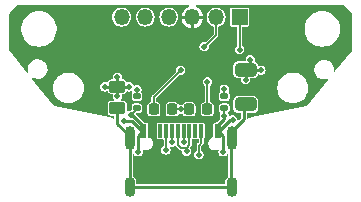
<source format=gtl>
%TF.GenerationSoftware,KiCad,Pcbnew,7.0.7*%
%TF.CreationDate,2023-09-11T21:43:25+02:00*%
%TF.ProjectId,usb-board,7573622d-626f-4617-9264-2e6b69636164,rev?*%
%TF.SameCoordinates,Original*%
%TF.FileFunction,Copper,L1,Top*%
%TF.FilePolarity,Positive*%
%FSLAX46Y46*%
G04 Gerber Fmt 4.6, Leading zero omitted, Abs format (unit mm)*
G04 Created by KiCad (PCBNEW 7.0.7) date 2023-09-11 21:43:25*
%MOMM*%
%LPD*%
G01*
G04 APERTURE LIST*
G04 Aperture macros list*
%AMRoundRect*
0 Rectangle with rounded corners*
0 $1 Rounding radius*
0 $2 $3 $4 $5 $6 $7 $8 $9 X,Y pos of 4 corners*
0 Add a 4 corners polygon primitive as box body*
4,1,4,$2,$3,$4,$5,$6,$7,$8,$9,$2,$3,0*
0 Add four circle primitives for the rounded corners*
1,1,$1+$1,$2,$3*
1,1,$1+$1,$4,$5*
1,1,$1+$1,$6,$7*
1,1,$1+$1,$8,$9*
0 Add four rect primitives between the rounded corners*
20,1,$1+$1,$2,$3,$4,$5,0*
20,1,$1+$1,$4,$5,$6,$7,0*
20,1,$1+$1,$6,$7,$8,$9,0*
20,1,$1+$1,$8,$9,$2,$3,0*%
G04 Aperture macros list end*
%TA.AperFunction,SMDPad,CuDef*%
%ADD10RoundRect,0.250000X-0.450000X0.262500X-0.450000X-0.262500X0.450000X-0.262500X0.450000X0.262500X0*%
%TD*%
%TA.AperFunction,SMDPad,CuDef*%
%ADD11RoundRect,0.135000X-0.185000X0.135000X-0.185000X-0.135000X0.185000X-0.135000X0.185000X0.135000X0*%
%TD*%
%TA.AperFunction,ComponentPad*%
%ADD12O,0.900000X1.700000*%
%TD*%
%TA.AperFunction,ComponentPad*%
%ADD13O,0.900000X2.000000*%
%TD*%
%TA.AperFunction,SMDPad,CuDef*%
%ADD14R,0.600000X1.160000*%
%TD*%
%TA.AperFunction,SMDPad,CuDef*%
%ADD15R,0.300000X1.160000*%
%TD*%
%TA.AperFunction,ComponentPad*%
%ADD16O,1.350000X1.350000*%
%TD*%
%TA.AperFunction,ComponentPad*%
%ADD17R,1.350000X1.350000*%
%TD*%
%TA.AperFunction,SMDPad,CuDef*%
%ADD18RoundRect,0.218750X-0.218750X-0.256250X0.218750X-0.256250X0.218750X0.256250X-0.218750X0.256250X0*%
%TD*%
%TA.AperFunction,SMDPad,CuDef*%
%ADD19RoundRect,0.218750X0.218750X0.256250X-0.218750X0.256250X-0.218750X-0.256250X0.218750X-0.256250X0*%
%TD*%
%TA.AperFunction,SMDPad,CuDef*%
%ADD20RoundRect,0.250000X0.650000X-0.325000X0.650000X0.325000X-0.650000X0.325000X-0.650000X-0.325000X0*%
%TD*%
%TA.AperFunction,ViaPad*%
%ADD21C,0.500000*%
%TD*%
%TA.AperFunction,Conductor*%
%ADD22C,0.127000*%
%TD*%
%TA.AperFunction,Conductor*%
%ADD23C,0.250000*%
%TD*%
G04 APERTURE END LIST*
D10*
%TO.P,R3,1*%
%TO.N,GND*%
X94650000Y-99887500D03*
%TO.P,R3,2*%
%TO.N,Net-(J2-SHIELD)*%
X94650000Y-101712500D03*
%TD*%
D11*
%TO.P,R2,1*%
%TO.N,Net-(J2-CC2)*%
X103700000Y-100690000D03*
%TO.P,R2,2*%
%TO.N,GND*%
X103700000Y-101710000D03*
%TD*%
%TO.P,R1,1*%
%TO.N,Net-(J2-CC1)*%
X96300000Y-100690000D03*
%TO.P,R1,2*%
%TO.N,GND*%
X96300000Y-101710000D03*
%TD*%
D12*
%TO.P,J2,S1,SHIELD*%
%TO.N,Net-(J2-SHIELD)*%
X104320000Y-108400000D03*
D13*
X104320000Y-104230000D03*
D12*
X95680000Y-108400000D03*
D13*
X95680000Y-104230000D03*
D14*
%TO.P,J2,B12,GND*%
%TO.N,GND*%
X96800000Y-103650000D03*
%TO.P,J2,B9,VBUS*%
%TO.N,VBUS*%
X97600000Y-103650000D03*
D15*
%TO.P,J2,B8,SBU2*%
%TO.N,unconnected-(J2-SBU2-PadB8)*%
X98250000Y-103650000D03*
%TO.P,J2,B7,D-*%
%TO.N,Net-(J1-Pin_5)*%
X99250000Y-103650000D03*
%TO.P,J2,B6,D+*%
%TO.N,Net-(J1-Pin_4)*%
X100750000Y-103650000D03*
%TO.P,J2,B5,CC2*%
%TO.N,Net-(J2-CC2)*%
X101750000Y-103650000D03*
D14*
%TO.P,J2,B4,VBUS*%
%TO.N,VBUS*%
X102400000Y-103650000D03*
%TO.P,J2,B1,GND*%
%TO.N,GND*%
X103200000Y-103650000D03*
%TO.P,J2,A12,GND*%
X103200000Y-103650000D03*
%TO.P,J2,A9,VBUS*%
%TO.N,VBUS*%
X102400000Y-103650000D03*
D15*
%TO.P,J2,A8,SBU1*%
%TO.N,unconnected-(J2-SBU1-PadA8)*%
X101250000Y-103650000D03*
%TO.P,J2,A7,D-*%
%TO.N,Net-(J1-Pin_5)*%
X100250000Y-103650000D03*
%TO.P,J2,A6,D+*%
%TO.N,Net-(J1-Pin_4)*%
X99750000Y-103650000D03*
%TO.P,J2,A5,CC1*%
%TO.N,Net-(J2-CC1)*%
X98750000Y-103650000D03*
D14*
%TO.P,J2,A4,VBUS*%
%TO.N,VBUS*%
X97600000Y-103650000D03*
%TO.P,J2,A1,GND*%
%TO.N,GND*%
X96800000Y-103650000D03*
%TD*%
D16*
%TO.P,J1,6,Pin_6*%
%TO.N,GND*%
X95000000Y-94000000D03*
%TO.P,J1,5,Pin_5*%
%TO.N,Net-(J1-Pin_5)*%
X97000000Y-94000000D03*
%TO.P,J1,4,Pin_4*%
%TO.N,Net-(J1-Pin_4)*%
X99000000Y-94000000D03*
%TO.P,J1,3,Pin_3*%
%TO.N,VBUS*%
X101000000Y-94000000D03*
%TO.P,J1,2,Pin_2*%
%TO.N,Net-(D1-A)*%
X103000000Y-94000000D03*
D17*
%TO.P,J1,1,Pin_1*%
%TO.N,Net-(D2-A)*%
X105000000Y-94000000D03*
%TD*%
D18*
%TO.P,D2,1,K*%
%TO.N,GND*%
X100700002Y-101800000D03*
%TO.P,D2,2,A*%
%TO.N,Net-(D2-A)*%
X102275002Y-101800000D03*
%TD*%
D19*
%TO.P,D1,2,A*%
%TO.N,Net-(D1-A)*%
X97725000Y-101800000D03*
%TO.P,D1,1,K*%
%TO.N,GND*%
X99300000Y-101800000D03*
%TD*%
D20*
%TO.P,C1,1*%
%TO.N,Net-(J2-SHIELD)*%
X105500000Y-101400000D03*
%TO.P,C1,2*%
%TO.N,GND*%
X105500000Y-98450000D03*
%TD*%
D21*
%TO.N,Net-(D2-A)*%
X102275000Y-99475000D03*
X105000000Y-96750000D03*
%TO.N,Net-(D1-A)*%
X100000000Y-98500000D03*
X102000000Y-96500000D03*
%TO.N,Net-(J2-CC1)*%
X96300000Y-100150000D03*
%TO.N,Net-(J2-CC2)*%
X103700000Y-100100000D03*
%TO.N,Net-(J1-Pin_4)*%
X100500000Y-105350000D03*
%TO.N,Net-(J2-CC2)*%
X101550000Y-105650000D03*
%TO.N,Net-(J2-CC1)*%
X98750000Y-105250000D03*
%TO.N,GND*%
X95650000Y-99900000D03*
X94650000Y-99100000D03*
X94650000Y-100700000D03*
X105900000Y-97600000D03*
X105500000Y-99300000D03*
X106800000Y-98500000D03*
X93600000Y-99900000D03*
X96400000Y-105400000D03*
X103600000Y-105400000D03*
X104400000Y-102700000D03*
X103700000Y-102400000D03*
X95200000Y-102800000D03*
X95800000Y-102300000D03*
X100000000Y-101800000D03*
%TO.N,Net-(J1-Pin_5)*%
X99250000Y-104600000D03*
X100250000Y-104600000D03*
%TD*%
D22*
%TO.N,Net-(D2-A)*%
X102275002Y-99474998D02*
X102275000Y-99475000D01*
%TO.N,Net-(D1-A)*%
X103000000Y-95500000D02*
X103000000Y-94000000D01*
X102000000Y-96500000D02*
X103000000Y-95500000D01*
X97725000Y-100775000D02*
X100000000Y-98500000D01*
X97725000Y-101800000D02*
X97725000Y-100775000D01*
%TO.N,Net-(D2-A)*%
X105000000Y-96750000D02*
X105000000Y-93950000D01*
X102275002Y-101800000D02*
X102275002Y-99474998D01*
%TO.N,Net-(J2-CC1)*%
X96300000Y-100150000D02*
X96300000Y-100750000D01*
%TO.N,Net-(J2-CC2)*%
X103700000Y-100690000D02*
X103700000Y-100100000D01*
%TO.N,Net-(J1-Pin_4)*%
X100500000Y-105100000D02*
X100500000Y-105350000D01*
%TO.N,Net-(J2-CC2)*%
X101550000Y-104850000D02*
X101550000Y-105650000D01*
X101600000Y-104800000D02*
X101550000Y-104850000D01*
X101750000Y-103650000D02*
X101750000Y-104650000D01*
X101750000Y-104650000D02*
X101600000Y-104800000D01*
%TO.N,Net-(J2-CC1)*%
X98750000Y-103650000D02*
X98750000Y-105250000D01*
D23*
%TO.N,VBUS*%
X102100000Y-104550000D02*
X102100000Y-105150000D01*
X102250000Y-104400000D02*
X102100000Y-104550000D01*
X102400000Y-103650000D02*
X102250000Y-103800000D01*
X102250000Y-103800000D02*
X102250000Y-104400000D01*
D22*
%TO.N,GND*%
X96300000Y-101710000D02*
X96300000Y-101800000D01*
X96300000Y-101800000D02*
X95800000Y-102300000D01*
X103700000Y-102400000D02*
X103700000Y-101700000D01*
D23*
X95637500Y-99887500D02*
X95650000Y-99900000D01*
X94650000Y-99887500D02*
X95637500Y-99887500D01*
X94650000Y-99887500D02*
X94650000Y-99100000D01*
X94650000Y-99887500D02*
X94650000Y-100700000D01*
X105900000Y-98450000D02*
X105900000Y-97600000D01*
X105500000Y-98450000D02*
X105500000Y-99300000D01*
X106750000Y-98450000D02*
X106800000Y-98500000D01*
X105500000Y-98450000D02*
X106750000Y-98450000D01*
X93612500Y-99887500D02*
X93600000Y-99900000D01*
X94650000Y-99887500D02*
X93612500Y-99887500D01*
%TO.N,Net-(J2-SHIELD)*%
X95680000Y-108400000D02*
X104300000Y-108400000D01*
X95680000Y-108780000D02*
X95700000Y-108800000D01*
X95680000Y-104230000D02*
X95680000Y-108780000D01*
X95700000Y-104100000D02*
X95700000Y-104600000D01*
X94650000Y-103050000D02*
X95700000Y-104100000D01*
X94650000Y-101712500D02*
X94650000Y-103050000D01*
X104300000Y-103700000D02*
X104300000Y-108400000D01*
X105500000Y-101400000D02*
X105375000Y-101525000D01*
X105375000Y-101525000D02*
X105375000Y-102625000D01*
X105375000Y-102625000D02*
X104300000Y-103700000D01*
%TO.N,GND*%
X96400000Y-104800000D02*
X96400000Y-105400000D01*
X96800000Y-103650000D02*
X96400000Y-104050000D01*
X96400000Y-104050000D02*
X96400000Y-104800000D01*
X103600000Y-104900000D02*
X103600000Y-105400000D01*
X103200000Y-103650000D02*
X103600000Y-104050000D01*
X103600000Y-104050000D02*
X103600000Y-104900000D01*
X104200000Y-102700000D02*
X104400000Y-102700000D01*
X104000000Y-102900000D02*
X104200000Y-102700000D01*
X103200000Y-103650000D02*
X103250000Y-103650000D01*
X103250000Y-103650000D02*
X104000000Y-102900000D01*
X103700000Y-102600000D02*
X103700000Y-102400000D01*
X103600000Y-102700000D02*
X103700000Y-102600000D01*
X103200000Y-103100000D02*
X103600000Y-102700000D01*
X103200000Y-103650000D02*
X103200000Y-103100000D01*
X95900000Y-102800000D02*
X95200000Y-102800000D01*
X96300000Y-103200000D02*
X95900000Y-102800000D01*
X96800000Y-103650000D02*
X96750000Y-103650000D01*
X96750000Y-103650000D02*
X96300000Y-103200000D01*
X95900000Y-102300000D02*
X95800000Y-102300000D01*
X96300000Y-102700000D02*
X95900000Y-102300000D01*
X96800000Y-103650000D02*
X96800000Y-103200000D01*
X96800000Y-103200000D02*
X96300000Y-102700000D01*
%TO.N,VBUS*%
X102400000Y-103650000D02*
X102400000Y-104100000D01*
X97600000Y-104100000D02*
X98200000Y-104700000D01*
X97600000Y-103650000D02*
X97600000Y-104100000D01*
%TO.N,GND*%
X96800000Y-103650000D02*
X96800000Y-103400000D01*
%TO.N,VBUS*%
X97600000Y-103200000D02*
X96900000Y-102500000D01*
X97600000Y-103650000D02*
X97600000Y-103200000D01*
X98100000Y-102600000D02*
X98500000Y-102600000D01*
X98000000Y-102700000D02*
X98100000Y-102600000D01*
X97600000Y-103650000D02*
X97600000Y-103100000D01*
X97600000Y-103100000D02*
X98000000Y-102700000D01*
X102400000Y-103100000D02*
X103000000Y-102500000D01*
X102400000Y-103650000D02*
X102400000Y-103100000D01*
X101834000Y-102500000D02*
X101500000Y-102500000D01*
X102400000Y-103066000D02*
X101834000Y-102500000D01*
X102400000Y-103650000D02*
X102400000Y-103066000D01*
D22*
%TO.N,GND*%
X100000000Y-101800000D02*
X100700000Y-101800000D01*
X99300000Y-101800000D02*
X100000000Y-101800000D01*
%TO.N,Net-(J1-Pin_5)*%
X99250000Y-103650000D02*
X99250000Y-104600000D01*
%TO.N,Net-(J1-Pin_4)*%
X99750000Y-104850000D02*
X100000000Y-105100000D01*
X99750000Y-103650000D02*
X99750000Y-104850000D01*
X100000000Y-105100000D02*
X100500000Y-105100000D01*
X100750000Y-104850000D02*
X100500000Y-105100000D01*
X100750000Y-103650000D02*
X100750000Y-104850000D01*
%TO.N,Net-(J1-Pin_5)*%
X100250000Y-103650000D02*
X100250000Y-104600000D01*
%TD*%
%TA.AperFunction,Conductor*%
%TO.N,VBUS*%
G36*
X100720869Y-93018806D02*
G01*
X100739175Y-93063000D01*
X100720869Y-93107194D01*
X100702096Y-93120096D01*
X100534954Y-93194513D01*
X100534948Y-93194516D01*
X100377646Y-93308804D01*
X100377639Y-93308810D01*
X100247538Y-93453301D01*
X100247537Y-93453303D01*
X100150313Y-93621701D01*
X100090230Y-93806619D01*
X100083044Y-93875000D01*
X100541634Y-93875000D01*
X100585828Y-93893306D01*
X100604134Y-93937500D01*
X100603365Y-93947268D01*
X100595014Y-94000000D01*
X100603364Y-94052724D01*
X100592198Y-94099237D01*
X100551411Y-94124231D01*
X100541634Y-94125000D01*
X100083044Y-94125000D01*
X100090230Y-94193380D01*
X100150313Y-94378298D01*
X100247537Y-94546696D01*
X100247538Y-94546698D01*
X100377643Y-94691194D01*
X100377644Y-94691195D01*
X100534946Y-94805482D01*
X100712581Y-94884571D01*
X100712590Y-94884574D01*
X100874999Y-94919095D01*
X100875000Y-94919094D01*
X100875000Y-94458366D01*
X100893306Y-94414172D01*
X100937500Y-94395866D01*
X100947278Y-94396636D01*
X100960185Y-94398680D01*
X100968519Y-94400000D01*
X100968521Y-94400000D01*
X101031479Y-94400000D01*
X101031481Y-94400000D01*
X101031484Y-94399999D01*
X101031489Y-94399999D01*
X101044687Y-94397908D01*
X101052720Y-94396636D01*
X101099234Y-94407801D01*
X101124229Y-94448587D01*
X101124999Y-94458366D01*
X101124999Y-94919094D01*
X101125000Y-94919095D01*
X101287409Y-94884574D01*
X101287418Y-94884571D01*
X101465053Y-94805482D01*
X101622355Y-94691195D01*
X101622356Y-94691194D01*
X101752461Y-94546698D01*
X101752462Y-94546696D01*
X101849686Y-94378298D01*
X101909769Y-94193380D01*
X101916956Y-94125000D01*
X101458366Y-94125000D01*
X101414172Y-94106694D01*
X101395866Y-94062500D01*
X101396634Y-94052731D01*
X101404986Y-94000000D01*
X101396635Y-93947275D01*
X101407802Y-93900763D01*
X101448589Y-93875769D01*
X101458366Y-93875000D01*
X101916956Y-93875000D01*
X101909769Y-93806619D01*
X101849686Y-93621701D01*
X101752462Y-93453303D01*
X101752461Y-93453301D01*
X101622356Y-93308805D01*
X101622355Y-93308804D01*
X101465053Y-93194517D01*
X101297904Y-93120097D01*
X101264976Y-93085398D01*
X101266228Y-93037579D01*
X101300927Y-93004651D01*
X101323325Y-93000500D01*
X113766798Y-93000500D01*
X113810992Y-93018806D01*
X114481194Y-93689008D01*
X114499500Y-93733202D01*
X114499500Y-96802509D01*
X114485804Y-96841552D01*
X113082109Y-98596170D01*
X113040207Y-98619245D01*
X112994262Y-98605931D01*
X112971187Y-98564029D01*
X112971629Y-98547015D01*
X112980156Y-98495010D01*
X112980155Y-98495009D01*
X112975274Y-98404990D01*
X112970422Y-98315499D01*
X112922327Y-98142277D01*
X112838119Y-97983444D01*
X112721735Y-97846426D01*
X112610650Y-97761981D01*
X112578619Y-97737631D01*
X112487477Y-97695465D01*
X112415459Y-97662146D01*
X112415460Y-97662146D01*
X112371566Y-97652484D01*
X112239887Y-97623500D01*
X112105184Y-97623500D01*
X112105183Y-97623500D01*
X111971278Y-97638063D01*
X111971272Y-97638064D01*
X111800913Y-97695465D01*
X111646874Y-97788149D01*
X111646873Y-97788149D01*
X111516357Y-97911781D01*
X111415469Y-98060580D01*
X111348931Y-98227580D01*
X111319845Y-98404990D01*
X111319844Y-98404990D01*
X111329577Y-98584494D01*
X111329577Y-98584498D01*
X111329578Y-98584501D01*
X111342746Y-98631928D01*
X111377673Y-98757724D01*
X111377675Y-98757728D01*
X111446202Y-98886982D01*
X111461881Y-98916556D01*
X111578265Y-99053574D01*
X111666357Y-99120540D01*
X111721380Y-99162368D01*
X111721381Y-99162368D01*
X111721382Y-99162369D01*
X111884541Y-99237854D01*
X112060113Y-99276500D01*
X112060116Y-99276500D01*
X112194812Y-99276500D01*
X112194816Y-99276500D01*
X112328721Y-99261937D01*
X112429205Y-99228080D01*
X112476929Y-99231316D01*
X112508388Y-99267351D01*
X112505152Y-99315077D01*
X112497964Y-99326351D01*
X110737289Y-101527196D01*
X110700742Y-101549439D01*
X105956510Y-102498286D01*
X105944253Y-102499500D01*
X105928039Y-102499500D01*
X105881500Y-102513163D01*
X105878827Y-102513821D01*
X105866744Y-102516238D01*
X105866742Y-102516239D01*
X105846671Y-102523342D01*
X105845051Y-102523866D01*
X105789949Y-102540046D01*
X105789942Y-102540049D01*
X105784353Y-102543641D01*
X105771424Y-102549977D01*
X105765995Y-102551899D01*
X105765158Y-102552196D01*
X105726607Y-102580055D01*
X105680065Y-102591103D01*
X105639343Y-102566005D01*
X105627500Y-102529398D01*
X105627500Y-102164999D01*
X105645806Y-102120805D01*
X105690000Y-102102499D01*
X106185826Y-102102499D01*
X106259204Y-102091809D01*
X106372390Y-102036476D01*
X106461476Y-101947390D01*
X106516809Y-101834204D01*
X106527500Y-101760827D01*
X106527499Y-101039174D01*
X106516809Y-100965796D01*
X106461476Y-100852610D01*
X106372390Y-100763524D01*
X106259204Y-100708191D01*
X106259202Y-100708190D01*
X106259201Y-100708190D01*
X106200913Y-100699698D01*
X106185827Y-100697500D01*
X106185826Y-100697500D01*
X104814174Y-100697500D01*
X104740798Y-100708190D01*
X104740797Y-100708190D01*
X104740796Y-100708191D01*
X104629672Y-100762516D01*
X104627608Y-100763525D01*
X104538525Y-100852608D01*
X104483190Y-100965798D01*
X104472500Y-101039173D01*
X104472500Y-101760825D01*
X104483190Y-101834201D01*
X104483191Y-101834204D01*
X104538524Y-101947390D01*
X104627610Y-102036476D01*
X104740796Y-102091809D01*
X104814173Y-102102500D01*
X105059999Y-102102499D01*
X105104193Y-102120805D01*
X105122499Y-102164999D01*
X105122500Y-102494522D01*
X105104194Y-102538716D01*
X104911016Y-102731893D01*
X104866822Y-102750199D01*
X104822628Y-102731893D01*
X104805092Y-102697479D01*
X104785646Y-102574696D01*
X104728050Y-102461658D01*
X104638342Y-102371950D01*
X104525304Y-102314354D01*
X104400000Y-102294508D01*
X104274695Y-102314354D01*
X104274691Y-102314355D01*
X104182222Y-102361471D01*
X104134534Y-102365224D01*
X104098160Y-102334157D01*
X104092118Y-102315564D01*
X104085646Y-102274696D01*
X104028050Y-102161658D01*
X104024032Y-102157640D01*
X104005726Y-102113446D01*
X104024032Y-102069252D01*
X104033504Y-102061479D01*
X104074251Y-102034253D01*
X104089906Y-102010825D01*
X104132270Y-101947423D01*
X104147500Y-101870856D01*
X104147500Y-101549144D01*
X104132270Y-101472577D01*
X104132269Y-101472575D01*
X104074252Y-101385747D01*
X103987424Y-101327730D01*
X103987422Y-101327729D01*
X103910856Y-101312500D01*
X103489144Y-101312500D01*
X103412577Y-101327729D01*
X103412575Y-101327730D01*
X103325747Y-101385747D01*
X103267730Y-101472575D01*
X103267729Y-101472577D01*
X103252500Y-101549143D01*
X103252500Y-101870856D01*
X103267729Y-101947422D01*
X103267730Y-101947424D01*
X103325747Y-102034252D01*
X103366495Y-102061479D01*
X103393071Y-102101253D01*
X103383739Y-102148169D01*
X103375969Y-102157637D01*
X103371952Y-102161654D01*
X103314354Y-102274694D01*
X103314354Y-102274695D01*
X103294508Y-102400000D01*
X103314354Y-102525304D01*
X103314355Y-102525308D01*
X103328590Y-102553245D01*
X103332343Y-102600933D01*
X103317096Y-102625813D01*
X103043395Y-102899514D01*
X103033927Y-102907285D01*
X103017956Y-102917957D01*
X103013604Y-102922310D01*
X103011665Y-102920371D01*
X102980341Y-102941300D01*
X102968151Y-102942500D01*
X102887442Y-102942500D01*
X102868847Y-102946199D01*
X102850251Y-102949898D01*
X102850250Y-102949898D01*
X102808077Y-102978077D01*
X102779898Y-103020250D01*
X102779898Y-103020251D01*
X102772500Y-103057442D01*
X102772500Y-104119854D01*
X102754194Y-104164048D01*
X102734901Y-104177179D01*
X102601278Y-104235220D01*
X102483893Y-104330721D01*
X102483890Y-104330724D01*
X102396622Y-104454353D01*
X102345945Y-104596944D01*
X102336115Y-104740668D01*
X102335619Y-104747921D01*
X102363490Y-104882045D01*
X102366408Y-104896084D01*
X102366408Y-104896086D01*
X102402452Y-104965647D01*
X102436029Y-105030447D01*
X102524050Y-105124694D01*
X102539321Y-105141045D01*
X102573218Y-105161658D01*
X102668618Y-105219672D01*
X102668624Y-105219673D01*
X102668625Y-105219674D01*
X102686542Y-105224694D01*
X102814332Y-105260499D01*
X102814332Y-105260500D01*
X102814335Y-105260500D01*
X102927657Y-105260500D01*
X102927658Y-105260500D01*
X103039920Y-105245070D01*
X103127836Y-105206881D01*
X103175664Y-105206064D01*
X103210061Y-105239306D01*
X103214467Y-105273984D01*
X103214354Y-105274695D01*
X103214354Y-105274696D01*
X103194508Y-105400000D01*
X103206434Y-105475298D01*
X103214354Y-105525304D01*
X103214354Y-105525305D01*
X103250688Y-105596613D01*
X103271950Y-105638342D01*
X103361658Y-105728050D01*
X103474696Y-105785646D01*
X103600000Y-105805492D01*
X103725304Y-105785646D01*
X103838342Y-105728050D01*
X103928050Y-105638342D01*
X103929311Y-105635866D01*
X103930728Y-105634656D01*
X103930943Y-105634361D01*
X103931013Y-105634412D01*
X103965684Y-105604799D01*
X104013372Y-105608550D01*
X104044440Y-105644923D01*
X104047500Y-105664239D01*
X104047500Y-107450352D01*
X104029194Y-107494546D01*
X104023048Y-107499937D01*
X103908120Y-107588123D01*
X103815553Y-107708762D01*
X103757366Y-107849238D01*
X103757363Y-107849248D01*
X103742500Y-107962146D01*
X103742500Y-108085000D01*
X103724194Y-108129194D01*
X103680000Y-108147500D01*
X96320000Y-108147500D01*
X96275806Y-108129194D01*
X96257500Y-108085000D01*
X96257500Y-107962157D01*
X96257500Y-107962151D01*
X96242635Y-107849242D01*
X96184445Y-107708759D01*
X96091878Y-107588122D01*
X96091876Y-107588121D01*
X96091876Y-107588120D01*
X95971238Y-107495552D01*
X95971071Y-107495483D01*
X95971006Y-107495418D01*
X95967691Y-107493504D01*
X95968204Y-107492615D01*
X95937253Y-107461651D01*
X95932500Y-107437745D01*
X95932500Y-105624987D01*
X95950806Y-105580793D01*
X95995000Y-105562487D01*
X96039194Y-105580793D01*
X96050688Y-105596613D01*
X96070688Y-105635867D01*
X96071950Y-105638342D01*
X96161658Y-105728050D01*
X96274696Y-105785646D01*
X96400000Y-105805492D01*
X96525304Y-105785646D01*
X96638342Y-105728050D01*
X96728050Y-105638342D01*
X96785646Y-105525304D01*
X96805492Y-105400000D01*
X96786140Y-105277816D01*
X96797307Y-105231304D01*
X96838094Y-105206310D01*
X96880343Y-105214640D01*
X96888618Y-105219672D01*
X96888624Y-105219673D01*
X96888625Y-105219674D01*
X96906542Y-105224694D01*
X97034332Y-105260499D01*
X97034332Y-105260500D01*
X97034335Y-105260500D01*
X97147657Y-105260500D01*
X97147658Y-105260500D01*
X97259920Y-105245070D01*
X97398720Y-105184780D01*
X97516108Y-105089278D01*
X97603377Y-104965647D01*
X97654054Y-104823056D01*
X97664381Y-104672079D01*
X97633592Y-104523915D01*
X97563971Y-104389553D01*
X97460680Y-104278956D01*
X97460679Y-104278955D01*
X97460678Y-104278954D01*
X97400825Y-104242557D01*
X97972500Y-104242557D01*
X97979898Y-104279748D01*
X97979898Y-104279749D01*
X98008077Y-104321922D01*
X98024256Y-104332732D01*
X98050252Y-104350102D01*
X98087442Y-104357500D01*
X98087443Y-104357500D01*
X98412557Y-104357500D01*
X98412558Y-104357500D01*
X98449748Y-104350102D01*
X98461776Y-104342064D01*
X98508691Y-104332732D01*
X98548466Y-104359306D01*
X98559000Y-104394031D01*
X98559000Y-104859528D01*
X98540694Y-104903722D01*
X98524875Y-104915215D01*
X98511659Y-104921948D01*
X98511658Y-104921950D01*
X98421950Y-105011657D01*
X98364354Y-105124694D01*
X98364354Y-105124695D01*
X98345674Y-105242641D01*
X98344508Y-105250000D01*
X98360346Y-105350000D01*
X98364354Y-105375304D01*
X98364354Y-105375305D01*
X98376937Y-105400000D01*
X98421950Y-105488342D01*
X98511658Y-105578050D01*
X98624696Y-105635646D01*
X98750000Y-105655492D01*
X98875304Y-105635646D01*
X98988342Y-105578050D01*
X99078050Y-105488342D01*
X99135646Y-105375304D01*
X99155492Y-105250000D01*
X99135646Y-105124696D01*
X99135644Y-105124692D01*
X99135643Y-105124689D01*
X99119832Y-105093660D01*
X99115225Y-105084619D01*
X99111472Y-105036933D01*
X99142538Y-105000558D01*
X99180688Y-104994514D01*
X99250000Y-105005492D01*
X99375304Y-104985646D01*
X99488342Y-104928050D01*
X99488345Y-104928046D01*
X99490395Y-104926558D01*
X99492049Y-104926160D01*
X99492724Y-104925817D01*
X99492806Y-104925978D01*
X99536908Y-104915388D01*
X99575999Y-104938150D01*
X99592885Y-104959324D01*
X99594913Y-104962182D01*
X99599725Y-104969840D01*
X99606117Y-104976232D01*
X99608454Y-104978847D01*
X99627851Y-105003170D01*
X99628322Y-105003397D01*
X99645398Y-105015513D01*
X99834486Y-105204601D01*
X99846601Y-105221673D01*
X99846829Y-105222148D01*
X99846830Y-105222149D01*
X99871155Y-105241548D01*
X99873766Y-105243881D01*
X99880160Y-105250275D01*
X99887172Y-105254680D01*
X99887806Y-105255079D01*
X99890668Y-105257109D01*
X99894919Y-105260499D01*
X99914997Y-105276511D01*
X99915499Y-105276625D01*
X99934851Y-105284639D01*
X99935294Y-105284918D01*
X99966219Y-105288401D01*
X99969667Y-105288988D01*
X99978477Y-105291000D01*
X99978479Y-105291000D01*
X99987517Y-105291000D01*
X99991019Y-105291197D01*
X100003782Y-105292634D01*
X100021935Y-105294680D01*
X100021941Y-105294677D01*
X100025244Y-105294306D01*
X100071210Y-105307547D01*
X100093974Y-105346636D01*
X100114352Y-105475298D01*
X100114354Y-105475305D01*
X100139830Y-105525304D01*
X100171950Y-105588342D01*
X100261658Y-105678050D01*
X100374696Y-105735646D01*
X100500000Y-105755492D01*
X100625304Y-105735646D01*
X100738342Y-105678050D01*
X100828050Y-105588342D01*
X100885646Y-105475304D01*
X100905492Y-105350000D01*
X100885646Y-105224696D01*
X100828050Y-105111658D01*
X100828049Y-105111657D01*
X100825817Y-105107276D01*
X100828120Y-105106102D01*
X100818969Y-105068044D01*
X100836507Y-105033606D01*
X100854602Y-105015511D01*
X100871679Y-105003396D01*
X100872149Y-105003170D01*
X100891548Y-104978842D01*
X100893885Y-104976229D01*
X100900275Y-104969840D01*
X100905082Y-104962189D01*
X100907114Y-104959324D01*
X100910561Y-104955002D01*
X100926511Y-104935003D01*
X100926625Y-104934500D01*
X100934644Y-104915141D01*
X100934918Y-104914706D01*
X100938401Y-104883779D01*
X100938988Y-104880332D01*
X100941000Y-104871521D01*
X100941000Y-104862482D01*
X100941197Y-104858980D01*
X100941884Y-104852877D01*
X100944680Y-104828065D01*
X100944507Y-104827570D01*
X100941000Y-104806928D01*
X100941000Y-104394031D01*
X100959306Y-104349837D01*
X101003500Y-104331531D01*
X101038222Y-104342064D01*
X101050252Y-104350102D01*
X101087442Y-104357500D01*
X101087443Y-104357500D01*
X101412557Y-104357500D01*
X101412558Y-104357500D01*
X101449748Y-104350102D01*
X101461776Y-104342064D01*
X101508691Y-104332732D01*
X101548466Y-104359306D01*
X101559000Y-104394031D01*
X101559000Y-104544995D01*
X101540694Y-104589189D01*
X101461853Y-104668029D01*
X101461853Y-104668030D01*
X101461852Y-104668032D01*
X101445393Y-104684490D01*
X101428328Y-104696600D01*
X101427850Y-104696829D01*
X101408455Y-104721150D01*
X101406121Y-104723762D01*
X101399725Y-104730159D01*
X101399724Y-104730160D01*
X101394916Y-104737812D01*
X101392889Y-104740668D01*
X101373489Y-104764996D01*
X101373488Y-104764998D01*
X101373370Y-104765516D01*
X101365365Y-104784843D01*
X101365082Y-104785293D01*
X101365081Y-104785295D01*
X101361598Y-104816211D01*
X101361011Y-104819666D01*
X101359000Y-104828477D01*
X101359000Y-104837516D01*
X101358803Y-104841017D01*
X101355320Y-104871935D01*
X101355492Y-104872427D01*
X101359000Y-104893071D01*
X101359000Y-105259528D01*
X101340694Y-105303722D01*
X101324875Y-105315215D01*
X101311659Y-105321948D01*
X101311658Y-105321950D01*
X101221950Y-105411657D01*
X101164354Y-105524694D01*
X101164354Y-105524695D01*
X101146355Y-105638341D01*
X101144508Y-105650000D01*
X101148951Y-105678050D01*
X101164354Y-105775304D01*
X101164354Y-105775305D01*
X101221949Y-105888341D01*
X101221950Y-105888342D01*
X101311658Y-105978050D01*
X101424696Y-106035646D01*
X101550000Y-106055492D01*
X101675304Y-106035646D01*
X101788342Y-105978050D01*
X101878050Y-105888342D01*
X101935646Y-105775304D01*
X101955492Y-105650000D01*
X101935646Y-105524696D01*
X101878050Y-105411658D01*
X101788342Y-105321950D01*
X101788341Y-105321949D01*
X101788340Y-105321948D01*
X101775125Y-105315215D01*
X101744059Y-105278841D01*
X101741000Y-105259528D01*
X101741000Y-104955002D01*
X101759305Y-104910809D01*
X101854602Y-104815511D01*
X101871679Y-104803396D01*
X101872149Y-104803170D01*
X101891548Y-104778842D01*
X101893885Y-104776229D01*
X101900275Y-104769840D01*
X101905082Y-104762189D01*
X101907114Y-104759324D01*
X101926511Y-104735003D01*
X101926625Y-104734500D01*
X101934644Y-104715141D01*
X101934918Y-104714706D01*
X101938401Y-104683779D01*
X101938988Y-104680332D01*
X101940874Y-104672075D01*
X101941000Y-104671521D01*
X101941000Y-104662482D01*
X101941197Y-104658980D01*
X101941884Y-104652877D01*
X101944680Y-104628065D01*
X101944506Y-104627570D01*
X101941000Y-104606929D01*
X101941000Y-104389354D01*
X101959306Y-104345160D01*
X101968777Y-104337387D01*
X101991922Y-104321922D01*
X102020101Y-104279749D01*
X102020102Y-104279748D01*
X102027500Y-104242558D01*
X102027500Y-103057442D01*
X102020102Y-103020252D01*
X102000000Y-102990167D01*
X101991922Y-102978077D01*
X101949748Y-102949898D01*
X101946279Y-102949208D01*
X101912558Y-102942500D01*
X101587442Y-102942500D01*
X101568847Y-102946199D01*
X101550251Y-102949898D01*
X101550250Y-102949898D01*
X101534723Y-102960274D01*
X101487807Y-102969606D01*
X101465277Y-102960274D01*
X101449748Y-102949898D01*
X101446279Y-102949208D01*
X101412558Y-102942500D01*
X101087442Y-102942500D01*
X101068847Y-102946199D01*
X101050251Y-102949898D01*
X101050250Y-102949898D01*
X101034723Y-102960274D01*
X100987807Y-102969606D01*
X100965277Y-102960274D01*
X100949748Y-102949898D01*
X100946279Y-102949208D01*
X100912558Y-102942500D01*
X100587442Y-102942500D01*
X100568847Y-102946199D01*
X100550251Y-102949898D01*
X100550250Y-102949898D01*
X100534723Y-102960274D01*
X100487807Y-102969606D01*
X100465277Y-102960274D01*
X100449748Y-102949898D01*
X100446279Y-102949208D01*
X100412558Y-102942500D01*
X100087442Y-102942500D01*
X100068847Y-102946199D01*
X100050251Y-102949898D01*
X100050250Y-102949898D01*
X100034723Y-102960274D01*
X99987807Y-102969606D01*
X99965277Y-102960274D01*
X99949748Y-102949898D01*
X99946279Y-102949208D01*
X99912558Y-102942500D01*
X99587442Y-102942500D01*
X99568847Y-102946199D01*
X99550251Y-102949898D01*
X99550250Y-102949898D01*
X99534723Y-102960274D01*
X99487807Y-102969606D01*
X99465277Y-102960274D01*
X99449748Y-102949898D01*
X99446279Y-102949208D01*
X99412558Y-102942500D01*
X99087442Y-102942500D01*
X99068847Y-102946199D01*
X99050251Y-102949898D01*
X99050250Y-102949898D01*
X99034723Y-102960274D01*
X98987807Y-102969606D01*
X98965277Y-102960274D01*
X98949748Y-102949898D01*
X98946279Y-102949208D01*
X98912558Y-102942500D01*
X98587442Y-102942500D01*
X98568847Y-102946199D01*
X98550251Y-102949898D01*
X98550250Y-102949898D01*
X98534723Y-102960274D01*
X98487807Y-102969606D01*
X98465277Y-102960274D01*
X98449748Y-102949898D01*
X98446279Y-102949208D01*
X98412558Y-102942500D01*
X98087442Y-102942500D01*
X98068847Y-102946199D01*
X98050251Y-102949898D01*
X98050250Y-102949898D01*
X98008077Y-102978077D01*
X97979898Y-103020250D01*
X97979898Y-103020251D01*
X97972500Y-103057442D01*
X97972500Y-104242557D01*
X97400825Y-104242557D01*
X97374481Y-104226537D01*
X97331382Y-104200328D01*
X97331375Y-104200326D01*
X97273137Y-104184008D01*
X97235521Y-104154458D01*
X97227500Y-104123826D01*
X97227500Y-103057442D01*
X97226517Y-103052500D01*
X97220102Y-103020252D01*
X97200000Y-102990167D01*
X97191922Y-102978077D01*
X97149748Y-102949898D01*
X97146279Y-102949208D01*
X97112558Y-102942500D01*
X97112557Y-102942500D01*
X96925477Y-102942500D01*
X96881283Y-102924194D01*
X96210142Y-102253053D01*
X96192606Y-102218640D01*
X96191964Y-102214588D01*
X96203128Y-102168073D01*
X96209493Y-102160620D01*
X96244309Y-102125805D01*
X96288503Y-102107500D01*
X96510856Y-102107500D01*
X96564599Y-102096810D01*
X97160000Y-102096810D01*
X97160001Y-102096818D01*
X97166639Y-102147248D01*
X97171484Y-102157637D01*
X97218244Y-102257915D01*
X97218244Y-102257916D01*
X97304584Y-102344255D01*
X97304585Y-102344255D01*
X97304586Y-102344256D01*
X97415252Y-102395861D01*
X97465681Y-102402500D01*
X97984318Y-102402499D01*
X98034748Y-102395861D01*
X98145414Y-102344256D01*
X98231756Y-102257914D01*
X98283361Y-102147248D01*
X98290000Y-102096819D01*
X98290000Y-102096810D01*
X98735000Y-102096810D01*
X98735001Y-102096818D01*
X98741639Y-102147248D01*
X98746484Y-102157637D01*
X98793244Y-102257915D01*
X98793244Y-102257916D01*
X98879584Y-102344255D01*
X98879585Y-102344255D01*
X98879586Y-102344256D01*
X98990252Y-102395861D01*
X99040681Y-102402500D01*
X99559318Y-102402499D01*
X99609748Y-102395861D01*
X99720414Y-102344256D01*
X99720415Y-102344255D01*
X99720416Y-102344255D01*
X99806753Y-102257917D01*
X99806756Y-102257914D01*
X99822906Y-102223278D01*
X99858171Y-102190963D01*
X99889325Y-102187963D01*
X99908267Y-102190963D01*
X99999997Y-102205492D01*
X100000000Y-102205492D01*
X100000003Y-102205492D01*
X100091733Y-102190963D01*
X100110674Y-102187963D01*
X100157187Y-102199129D01*
X100177095Y-102223279D01*
X100193246Y-102257915D01*
X100279586Y-102344255D01*
X100279587Y-102344255D01*
X100279588Y-102344256D01*
X100390254Y-102395861D01*
X100440683Y-102402500D01*
X100959320Y-102402499D01*
X101009750Y-102395861D01*
X101120416Y-102344256D01*
X101206758Y-102257914D01*
X101258363Y-102147248D01*
X101265002Y-102096819D01*
X101265002Y-102096810D01*
X101710002Y-102096810D01*
X101710003Y-102096818D01*
X101716641Y-102147248D01*
X101721486Y-102157637D01*
X101768246Y-102257915D01*
X101854586Y-102344255D01*
X101854587Y-102344255D01*
X101854588Y-102344256D01*
X101965254Y-102395861D01*
X102015683Y-102402500D01*
X102534320Y-102402499D01*
X102584750Y-102395861D01*
X102695416Y-102344256D01*
X102781758Y-102257914D01*
X102833363Y-102147248D01*
X102840002Y-102096819D01*
X102840001Y-101503182D01*
X102833363Y-101452752D01*
X102781758Y-101342086D01*
X102781757Y-101342085D01*
X102781757Y-101342084D01*
X102695417Y-101255744D01*
X102584749Y-101204138D01*
X102534327Y-101197500D01*
X102534321Y-101197500D01*
X102528502Y-101197500D01*
X102484308Y-101179194D01*
X102466002Y-101135000D01*
X102466002Y-100850856D01*
X103252500Y-100850856D01*
X103267729Y-100927422D01*
X103267730Y-100927424D01*
X103325747Y-101014252D01*
X103412575Y-101072269D01*
X103412577Y-101072270D01*
X103489144Y-101087500D01*
X103910856Y-101087500D01*
X103987423Y-101072270D01*
X104074252Y-101014252D01*
X104132270Y-100927423D01*
X104147500Y-100850856D01*
X104147500Y-100529144D01*
X104132270Y-100452577D01*
X104074252Y-100365748D01*
X104074250Y-100365747D01*
X104074250Y-100365746D01*
X104069897Y-100361393D01*
X104071192Y-100360097D01*
X104048969Y-100326836D01*
X104054580Y-100286272D01*
X104085646Y-100225304D01*
X104105492Y-100100000D01*
X104089654Y-100000002D01*
X108194532Y-100000002D01*
X108214364Y-100226688D01*
X108214367Y-100226704D01*
X108273259Y-100446492D01*
X108273260Y-100446494D01*
X108369431Y-100652733D01*
X108499953Y-100839140D01*
X108660859Y-101000046D01*
X108675075Y-101010000D01*
X108847266Y-101130568D01*
X108847265Y-101130568D01*
X108950385Y-101178653D01*
X109053504Y-101226739D01*
X109053506Y-101226739D01*
X109053507Y-101226740D01*
X109273295Y-101285632D01*
X109273301Y-101285633D01*
X109273308Y-101285635D01*
X109443216Y-101300500D01*
X109556784Y-101300500D01*
X109726692Y-101285635D01*
X109726701Y-101285632D01*
X109726704Y-101285632D01*
X109946492Y-101226740D01*
X109946491Y-101226740D01*
X109946496Y-101226739D01*
X110152734Y-101130568D01*
X110339139Y-101000047D01*
X110500047Y-100839139D01*
X110630568Y-100652734D01*
X110726739Y-100446496D01*
X110746596Y-100372388D01*
X110785632Y-100226704D01*
X110785632Y-100226701D01*
X110785635Y-100226692D01*
X110803307Y-100024696D01*
X110805468Y-100000002D01*
X110805468Y-99999997D01*
X110793365Y-99861658D01*
X110785635Y-99773308D01*
X110785271Y-99771950D01*
X110726740Y-99553507D01*
X110726739Y-99553505D01*
X110721332Y-99541910D01*
X110630568Y-99347266D01*
X110597470Y-99299997D01*
X110500046Y-99160859D01*
X110339140Y-98999953D01*
X110220035Y-98916556D01*
X110152734Y-98869432D01*
X110152732Y-98869431D01*
X110152734Y-98869431D01*
X109946494Y-98773260D01*
X109946492Y-98773259D01*
X109726704Y-98714367D01*
X109726688Y-98714364D01*
X109556784Y-98699500D01*
X109443216Y-98699500D01*
X109273311Y-98714364D01*
X109273295Y-98714367D01*
X109053507Y-98773259D01*
X109053505Y-98773260D01*
X108847266Y-98869431D01*
X108660859Y-98999953D01*
X108499953Y-99160859D01*
X108369431Y-99347266D01*
X108273260Y-99553505D01*
X108273259Y-99553507D01*
X108214367Y-99773295D01*
X108214364Y-99773311D01*
X108194532Y-99999997D01*
X108194532Y-100000002D01*
X104089654Y-100000002D01*
X104085646Y-99974696D01*
X104028050Y-99861658D01*
X103938342Y-99771950D01*
X103825304Y-99714354D01*
X103700000Y-99694508D01*
X103574695Y-99714354D01*
X103574694Y-99714354D01*
X103461657Y-99771950D01*
X103371950Y-99861657D01*
X103314354Y-99974694D01*
X103314354Y-99974695D01*
X103294508Y-100100000D01*
X103314354Y-100225304D01*
X103314355Y-100225308D01*
X103345418Y-100286272D01*
X103349171Y-100333960D01*
X103329135Y-100360431D01*
X103330100Y-100361396D01*
X103325750Y-100365745D01*
X103267729Y-100452578D01*
X103252500Y-100529143D01*
X103252500Y-100850856D01*
X102466002Y-100850856D01*
X102466002Y-99865471D01*
X102484308Y-99821277D01*
X102500128Y-99809783D01*
X102502517Y-99808565D01*
X102513342Y-99803050D01*
X102603050Y-99713342D01*
X102660646Y-99600304D01*
X102680492Y-99475000D01*
X102660646Y-99349696D01*
X102603050Y-99236658D01*
X102513342Y-99146950D01*
X102400304Y-99089354D01*
X102275000Y-99069508D01*
X102149695Y-99089354D01*
X102149694Y-99089354D01*
X102036657Y-99146950D01*
X101946950Y-99236657D01*
X101889354Y-99349694D01*
X101889354Y-99349695D01*
X101869508Y-99475000D01*
X101889354Y-99600304D01*
X101889354Y-99600305D01*
X101946950Y-99713342D01*
X102036658Y-99803050D01*
X102049876Y-99809785D01*
X102080943Y-99846159D01*
X102084002Y-99865473D01*
X102084002Y-101135000D01*
X102065696Y-101179194D01*
X102021510Y-101197500D01*
X102015695Y-101197500D01*
X102015690Y-101197500D01*
X102015684Y-101197501D01*
X101965254Y-101204139D01*
X101965252Y-101204139D01*
X101965251Y-101204140D01*
X101854586Y-101255744D01*
X101854585Y-101255744D01*
X101768246Y-101342083D01*
X101768246Y-101342084D01*
X101716640Y-101452752D01*
X101710002Y-101503174D01*
X101710002Y-102096809D01*
X101710002Y-102096810D01*
X101265002Y-102096810D01*
X101265001Y-101503182D01*
X101258363Y-101452752D01*
X101206758Y-101342086D01*
X101206757Y-101342085D01*
X101206757Y-101342084D01*
X101120417Y-101255744D01*
X101009749Y-101204138D01*
X100959321Y-101197500D01*
X100440692Y-101197500D01*
X100440690Y-101197500D01*
X100440684Y-101197501D01*
X100390254Y-101204139D01*
X100390252Y-101204139D01*
X100390251Y-101204140D01*
X100279586Y-101255744D01*
X100193247Y-101342083D01*
X100177095Y-101376721D01*
X100141826Y-101409037D01*
X100110674Y-101412036D01*
X100000000Y-101394508D01*
X99889326Y-101412036D01*
X99842813Y-101400869D01*
X99822906Y-101376720D01*
X99806756Y-101342086D01*
X99806754Y-101342084D01*
X99806754Y-101342083D01*
X99720415Y-101255744D01*
X99609747Y-101204138D01*
X99559319Y-101197500D01*
X99040690Y-101197500D01*
X99040688Y-101197500D01*
X99040682Y-101197501D01*
X98990252Y-101204139D01*
X98990250Y-101204139D01*
X98990249Y-101204140D01*
X98879584Y-101255744D01*
X98879583Y-101255745D01*
X98793244Y-101342083D01*
X98793244Y-101342084D01*
X98741638Y-101452752D01*
X98735000Y-101503174D01*
X98735000Y-102096809D01*
X98735000Y-102096810D01*
X98290000Y-102096810D01*
X98289999Y-101503182D01*
X98283361Y-101452752D01*
X98231756Y-101342086D01*
X98231755Y-101342085D01*
X98231755Y-101342084D01*
X98145415Y-101255744D01*
X98034747Y-101204138D01*
X97984325Y-101197500D01*
X97984319Y-101197500D01*
X97978500Y-101197500D01*
X97934306Y-101179194D01*
X97916000Y-101135000D01*
X97916000Y-100880002D01*
X97934305Y-100835809D01*
X99860614Y-98909499D01*
X99904807Y-98891194D01*
X99914577Y-98891962D01*
X100000000Y-98905492D01*
X100125304Y-98885646D01*
X100238342Y-98828050D01*
X100255567Y-98810825D01*
X104472500Y-98810825D01*
X104483190Y-98884201D01*
X104483191Y-98884204D01*
X104538524Y-98997390D01*
X104627610Y-99086476D01*
X104740796Y-99141809D01*
X104814173Y-99152500D01*
X105044691Y-99152499D01*
X105088885Y-99170805D01*
X105107191Y-99214999D01*
X105106422Y-99224776D01*
X105094508Y-99299999D01*
X105114354Y-99425304D01*
X105114354Y-99425305D01*
X105139675Y-99475000D01*
X105171950Y-99538342D01*
X105261658Y-99628050D01*
X105374696Y-99685646D01*
X105500000Y-99705492D01*
X105625304Y-99685646D01*
X105738342Y-99628050D01*
X105828050Y-99538342D01*
X105885646Y-99425304D01*
X105905492Y-99300000D01*
X105905492Y-99299997D01*
X105905492Y-99299996D01*
X105893578Y-99224776D01*
X105904744Y-99178263D01*
X105945531Y-99153269D01*
X105955308Y-99152499D01*
X106185826Y-99152499D01*
X106259204Y-99141809D01*
X106372390Y-99086476D01*
X106461476Y-98997390D01*
X106516809Y-98884204D01*
X106516809Y-98884201D01*
X106518940Y-98879843D01*
X106520996Y-98880848D01*
X106546498Y-98850083D01*
X106594125Y-98845626D01*
X106604065Y-98849658D01*
X106674691Y-98885644D01*
X106674693Y-98885644D01*
X106674696Y-98885646D01*
X106800000Y-98905492D01*
X106925304Y-98885646D01*
X107038342Y-98828050D01*
X107128050Y-98738342D01*
X107185646Y-98625304D01*
X107205492Y-98500000D01*
X107185646Y-98374696D01*
X107128050Y-98261658D01*
X107038342Y-98171950D01*
X106925304Y-98114354D01*
X106800000Y-98094508D01*
X106674695Y-98114354D01*
X106674691Y-98114355D01*
X106618373Y-98143051D01*
X106570685Y-98146804D01*
X106534311Y-98115737D01*
X106528461Y-98091374D01*
X106527663Y-98091432D01*
X106527499Y-98089179D01*
X106527499Y-98089174D01*
X106516809Y-98015796D01*
X106461476Y-97902610D01*
X106372390Y-97813524D01*
X106320417Y-97788116D01*
X106288756Y-97752262D01*
X106286139Y-97722191D01*
X106305492Y-97600003D01*
X106305492Y-97600002D01*
X106305492Y-97600000D01*
X106285646Y-97474696D01*
X106228050Y-97361658D01*
X106138342Y-97271950D01*
X106025304Y-97214354D01*
X105900000Y-97194508D01*
X105774695Y-97214354D01*
X105774694Y-97214354D01*
X105661657Y-97271950D01*
X105571950Y-97361657D01*
X105514354Y-97474694D01*
X105514354Y-97474695D01*
X105494508Y-97600000D01*
X105506422Y-97675223D01*
X105495254Y-97721737D01*
X105454468Y-97746731D01*
X105444691Y-97747500D01*
X104814174Y-97747500D01*
X104740798Y-97758190D01*
X104740797Y-97758190D01*
X104740796Y-97758191D01*
X104679516Y-97788149D01*
X104627608Y-97813525D01*
X104538525Y-97902608D01*
X104483190Y-98015798D01*
X104472500Y-98089173D01*
X104472500Y-98810825D01*
X100255567Y-98810825D01*
X100328050Y-98738342D01*
X100385646Y-98625304D01*
X100405492Y-98500000D01*
X100385646Y-98374696D01*
X100328050Y-98261658D01*
X100238342Y-98171950D01*
X100125304Y-98114354D01*
X100000000Y-98094508D01*
X99874695Y-98114354D01*
X99874694Y-98114354D01*
X99761657Y-98171950D01*
X99671950Y-98261657D01*
X99614354Y-98374694D01*
X99614354Y-98374695D01*
X99594508Y-98500000D01*
X99608035Y-98585415D01*
X99596867Y-98631928D01*
X99590498Y-98639385D01*
X97620395Y-100609488D01*
X97603326Y-100621601D01*
X97602850Y-100621829D01*
X97583455Y-100646150D01*
X97581121Y-100648762D01*
X97574725Y-100655159D01*
X97574724Y-100655160D01*
X97569916Y-100662812D01*
X97567889Y-100665668D01*
X97548489Y-100689996D01*
X97548488Y-100689998D01*
X97548370Y-100690516D01*
X97540365Y-100709843D01*
X97540082Y-100710293D01*
X97540081Y-100710295D01*
X97536598Y-100741211D01*
X97536011Y-100744666D01*
X97534000Y-100753477D01*
X97534000Y-100762516D01*
X97533803Y-100766017D01*
X97530320Y-100796935D01*
X97530492Y-100797427D01*
X97534000Y-100818071D01*
X97534000Y-101135000D01*
X97515694Y-101179194D01*
X97471508Y-101197500D01*
X97465693Y-101197500D01*
X97465688Y-101197500D01*
X97465682Y-101197501D01*
X97415252Y-101204139D01*
X97415250Y-101204139D01*
X97415249Y-101204140D01*
X97304584Y-101255744D01*
X97304584Y-101255745D01*
X97218244Y-101342084D01*
X97166638Y-101452752D01*
X97160000Y-101503174D01*
X97160000Y-102096809D01*
X97160000Y-102096810D01*
X96564599Y-102096810D01*
X96587423Y-102092270D01*
X96674252Y-102034252D01*
X96732270Y-101947423D01*
X96747500Y-101870856D01*
X96747500Y-101549144D01*
X96732270Y-101472577D01*
X96732269Y-101472575D01*
X96674252Y-101385747D01*
X96587424Y-101327730D01*
X96587422Y-101327729D01*
X96510856Y-101312500D01*
X96089144Y-101312500D01*
X96012577Y-101327729D01*
X96012575Y-101327730D01*
X95925747Y-101385747D01*
X95867730Y-101472575D01*
X95867729Y-101472577D01*
X95852500Y-101549143D01*
X95852500Y-101832812D01*
X95834194Y-101877006D01*
X95799777Y-101894542D01*
X95674701Y-101914352D01*
X95674691Y-101914355D01*
X95568373Y-101968527D01*
X95520685Y-101972280D01*
X95484311Y-101941213D01*
X95477499Y-101912842D01*
X95477499Y-101414174D01*
X95466809Y-101340796D01*
X95411476Y-101227610D01*
X95322390Y-101138524D01*
X95209204Y-101083191D01*
X95209202Y-101083190D01*
X95209201Y-101083190D01*
X95150913Y-101074698D01*
X95135827Y-101072500D01*
X95135826Y-101072500D01*
X94994780Y-101072500D01*
X94950586Y-101054194D01*
X94932280Y-101010000D01*
X94950586Y-100965806D01*
X94950596Y-100965796D01*
X94978050Y-100938342D01*
X95035646Y-100825304D01*
X95055492Y-100700000D01*
X95039618Y-100599775D01*
X95050786Y-100553262D01*
X95091572Y-100528268D01*
X95101349Y-100527499D01*
X95135826Y-100527499D01*
X95209204Y-100516809D01*
X95322390Y-100461476D01*
X95411476Y-100372390D01*
X95440097Y-100313844D01*
X95475950Y-100282182D01*
X95519766Y-100284901D01*
X95520018Y-100284126D01*
X95523026Y-100285103D01*
X95523694Y-100285145D01*
X95524594Y-100285594D01*
X95524696Y-100285646D01*
X95650000Y-100305492D01*
X95775304Y-100285646D01*
X95834190Y-100255641D01*
X95881877Y-100251888D01*
X95918251Y-100282954D01*
X95918252Y-100282955D01*
X95919941Y-100286270D01*
X95928799Y-100303655D01*
X95932551Y-100351343D01*
X95925077Y-100366751D01*
X95867730Y-100452575D01*
X95867729Y-100452577D01*
X95852500Y-100529143D01*
X95852500Y-100850856D01*
X95867729Y-100927422D01*
X95867730Y-100927424D01*
X95925747Y-101014252D01*
X96012575Y-101072269D01*
X96012577Y-101072270D01*
X96089144Y-101087500D01*
X96510856Y-101087500D01*
X96587423Y-101072270D01*
X96674252Y-101014252D01*
X96732270Y-100927423D01*
X96747500Y-100850856D01*
X96747500Y-100529144D01*
X96732270Y-100452577D01*
X96728207Y-100446496D01*
X96674922Y-100366750D01*
X96665590Y-100319834D01*
X96671202Y-100303652D01*
X96685643Y-100275310D01*
X96685643Y-100275309D01*
X96685646Y-100275304D01*
X96705492Y-100150000D01*
X96685646Y-100024696D01*
X96628050Y-99911658D01*
X96538342Y-99821950D01*
X96425304Y-99764354D01*
X96300000Y-99744508D01*
X96174695Y-99764354D01*
X96174691Y-99764355D01*
X96115809Y-99794358D01*
X96068121Y-99798111D01*
X96031747Y-99767044D01*
X95978050Y-99661658D01*
X95888342Y-99571950D01*
X95775304Y-99514354D01*
X95749379Y-99510248D01*
X95650000Y-99494508D01*
X95649999Y-99494508D01*
X95621938Y-99498952D01*
X95524696Y-99514354D01*
X95524694Y-99514354D01*
X95519838Y-99515124D01*
X95519584Y-99513525D01*
X95478058Y-99510248D01*
X95450296Y-99482017D01*
X95411477Y-99402611D01*
X95322391Y-99313525D01*
X95322390Y-99313524D01*
X95209204Y-99258191D01*
X95209202Y-99258190D01*
X95209201Y-99258190D01*
X95150913Y-99249698D01*
X95135827Y-99247500D01*
X95135826Y-99247500D01*
X95105309Y-99247500D01*
X95061115Y-99229194D01*
X95042809Y-99185000D01*
X95043578Y-99175223D01*
X95045614Y-99162368D01*
X95055492Y-99100000D01*
X95035646Y-98974696D01*
X94978050Y-98861658D01*
X94888342Y-98771950D01*
X94775304Y-98714354D01*
X94650000Y-98694508D01*
X94649999Y-98694508D01*
X94524695Y-98714354D01*
X94524694Y-98714354D01*
X94411657Y-98771950D01*
X94321950Y-98861657D01*
X94264354Y-98974694D01*
X94264354Y-98974695D01*
X94244508Y-99100000D01*
X94256422Y-99175223D01*
X94245254Y-99221737D01*
X94204468Y-99246731D01*
X94194693Y-99247500D01*
X94164173Y-99247500D01*
X94090798Y-99258190D01*
X94090797Y-99258190D01*
X94090796Y-99258191D01*
X94005282Y-99299996D01*
X93977608Y-99313525D01*
X93888524Y-99402609D01*
X93888522Y-99402612D01*
X93840147Y-99501565D01*
X93804291Y-99533229D01*
X93756548Y-99530264D01*
X93755672Y-99529827D01*
X93725304Y-99514354D01*
X93600000Y-99494508D01*
X93474695Y-99514354D01*
X93474694Y-99514354D01*
X93361657Y-99571950D01*
X93271950Y-99661657D01*
X93214354Y-99774694D01*
X93214354Y-99774695D01*
X93194508Y-99900000D01*
X93214354Y-100025304D01*
X93214354Y-100025305D01*
X93252414Y-100100000D01*
X93271950Y-100138342D01*
X93361658Y-100228050D01*
X93474696Y-100285646D01*
X93600000Y-100305492D01*
X93725304Y-100285646D01*
X93765408Y-100265210D01*
X93813096Y-100261458D01*
X93849471Y-100292524D01*
X93849932Y-100293449D01*
X93888522Y-100372388D01*
X93888524Y-100372390D01*
X93977610Y-100461476D01*
X94090796Y-100516809D01*
X94164173Y-100527500D01*
X94198650Y-100527499D01*
X94242844Y-100545804D01*
X94261151Y-100589997D01*
X94260382Y-100599772D01*
X94244508Y-100700000D01*
X94254569Y-100763524D01*
X94264354Y-100825304D01*
X94264354Y-100825305D01*
X94321950Y-100938342D01*
X94349414Y-100965806D01*
X94367720Y-101010000D01*
X94349414Y-101054194D01*
X94305220Y-101072500D01*
X94164174Y-101072500D01*
X94090798Y-101083190D01*
X94090797Y-101083190D01*
X94090796Y-101083191D01*
X93977610Y-101138524D01*
X93977608Y-101138525D01*
X93888525Y-101227608D01*
X93833190Y-101340798D01*
X93822500Y-101414173D01*
X93822500Y-102010825D01*
X93833190Y-102084201D01*
X93833191Y-102084204D01*
X93888524Y-102197390D01*
X93977610Y-102286476D01*
X94090796Y-102341809D01*
X94164173Y-102352500D01*
X94335000Y-102352499D01*
X94379194Y-102370805D01*
X94397500Y-102414999D01*
X94397500Y-102546051D01*
X94379194Y-102590245D01*
X94335000Y-102608551D01*
X94301212Y-102598631D01*
X94289498Y-102591103D01*
X94282801Y-102586799D01*
X94281400Y-102585844D01*
X94273390Y-102580055D01*
X94234840Y-102552195D01*
X94234838Y-102552194D01*
X94232319Y-102551302D01*
X94228572Y-102549976D01*
X94215641Y-102543638D01*
X94210053Y-102540047D01*
X94154948Y-102523866D01*
X94153327Y-102523341D01*
X94133268Y-102516242D01*
X94133258Y-102516239D01*
X94121162Y-102513819D01*
X94118490Y-102513160D01*
X94071961Y-102499500D01*
X94055747Y-102499500D01*
X94043490Y-102498286D01*
X89299256Y-101549439D01*
X89262709Y-101527196D01*
X88040954Y-100000002D01*
X89194532Y-100000002D01*
X89214364Y-100226688D01*
X89214367Y-100226704D01*
X89273259Y-100446492D01*
X89273260Y-100446494D01*
X89369431Y-100652733D01*
X89499953Y-100839140D01*
X89660859Y-101000046D01*
X89675075Y-101010000D01*
X89847266Y-101130568D01*
X89847265Y-101130568D01*
X89950384Y-101178653D01*
X90053504Y-101226739D01*
X90053506Y-101226739D01*
X90053507Y-101226740D01*
X90273295Y-101285632D01*
X90273301Y-101285633D01*
X90273308Y-101285635D01*
X90443216Y-101300500D01*
X90556784Y-101300500D01*
X90726692Y-101285635D01*
X90726701Y-101285632D01*
X90726704Y-101285632D01*
X90946492Y-101226740D01*
X90946491Y-101226740D01*
X90946496Y-101226739D01*
X91152734Y-101130568D01*
X91339139Y-101000047D01*
X91500047Y-100839139D01*
X91630568Y-100652734D01*
X91726739Y-100446496D01*
X91746596Y-100372388D01*
X91785632Y-100226704D01*
X91785632Y-100226701D01*
X91785635Y-100226692D01*
X91803307Y-100024696D01*
X91805468Y-100000002D01*
X91805468Y-99999997D01*
X91793365Y-99861658D01*
X91785635Y-99773308D01*
X91785271Y-99771950D01*
X91726740Y-99553507D01*
X91726739Y-99553505D01*
X91721332Y-99541910D01*
X91630568Y-99347266D01*
X91597470Y-99299997D01*
X91500046Y-99160859D01*
X91339140Y-98999953D01*
X91220035Y-98916556D01*
X91152734Y-98869432D01*
X91152732Y-98869431D01*
X91152734Y-98869431D01*
X90946494Y-98773260D01*
X90946492Y-98773259D01*
X90726704Y-98714367D01*
X90726688Y-98714364D01*
X90556784Y-98699500D01*
X90443216Y-98699500D01*
X90273311Y-98714364D01*
X90273295Y-98714367D01*
X90053507Y-98773259D01*
X90053505Y-98773260D01*
X89847266Y-98869431D01*
X89660859Y-98999953D01*
X89499953Y-99160859D01*
X89369431Y-99347266D01*
X89273260Y-99553505D01*
X89273259Y-99553507D01*
X89214367Y-99773295D01*
X89214364Y-99773311D01*
X89194532Y-99999997D01*
X89194532Y-100000002D01*
X88040954Y-100000002D01*
X87413998Y-99216307D01*
X87400684Y-99170362D01*
X87423759Y-99128460D01*
X87469704Y-99115146D01*
X87489041Y-99120538D01*
X87634541Y-99187854D01*
X87810113Y-99226500D01*
X87810116Y-99226500D01*
X87944812Y-99226500D01*
X87944816Y-99226500D01*
X88078721Y-99211937D01*
X88249085Y-99154535D01*
X88403126Y-99061851D01*
X88533642Y-98938220D01*
X88634529Y-98789423D01*
X88701070Y-98622416D01*
X88730155Y-98445010D01*
X88720422Y-98265499D01*
X88672327Y-98092277D01*
X88670681Y-98089173D01*
X88588118Y-97933443D01*
X88561928Y-97902610D01*
X88471735Y-97796426D01*
X88373484Y-97721737D01*
X88328619Y-97687631D01*
X88237477Y-97645465D01*
X88165459Y-97612146D01*
X88165460Y-97612146D01*
X88110288Y-97600002D01*
X87989887Y-97573500D01*
X87855184Y-97573500D01*
X87855183Y-97573500D01*
X87721278Y-97588063D01*
X87721272Y-97588064D01*
X87550913Y-97645465D01*
X87396874Y-97738149D01*
X87396873Y-97738149D01*
X87266357Y-97861781D01*
X87165469Y-98010580D01*
X87098931Y-98177580D01*
X87098930Y-98177582D01*
X87098930Y-98177584D01*
X87084517Y-98265499D01*
X87069845Y-98354990D01*
X87069844Y-98354990D01*
X87079577Y-98534494D01*
X87079577Y-98534498D01*
X87079578Y-98534501D01*
X87093714Y-98585415D01*
X87110082Y-98644367D01*
X87104266Y-98691847D01*
X87066580Y-98721309D01*
X87019100Y-98715493D01*
X87001056Y-98700130D01*
X86996558Y-98694508D01*
X85514196Y-96841554D01*
X85500500Y-96802511D01*
X85500500Y-95124335D01*
X86499500Y-95124335D01*
X86540429Y-95369614D01*
X86621172Y-95604810D01*
X86702301Y-95754723D01*
X86739525Y-95823508D01*
X86739526Y-95823510D01*
X86892257Y-96019738D01*
X86892260Y-96019742D01*
X87075211Y-96188161D01*
X87075213Y-96188162D01*
X87075215Y-96188164D01*
X87283393Y-96324173D01*
X87511119Y-96424063D01*
X87752179Y-96485108D01*
X87937933Y-96500500D01*
X87937935Y-96500500D01*
X88062065Y-96500500D01*
X88062067Y-96500500D01*
X88068101Y-96500000D01*
X101594508Y-96500000D01*
X101614354Y-96625304D01*
X101614354Y-96625305D01*
X101671949Y-96738341D01*
X101671950Y-96738342D01*
X101761658Y-96828050D01*
X101874696Y-96885646D01*
X102000000Y-96905492D01*
X102125304Y-96885646D01*
X102238342Y-96828050D01*
X102328050Y-96738342D01*
X102385646Y-96625304D01*
X102405492Y-96500000D01*
X102391963Y-96414582D01*
X102403130Y-96368070D01*
X102409494Y-96360619D01*
X103104600Y-95665512D01*
X103121677Y-95653396D01*
X103122149Y-95653170D01*
X103141559Y-95628829D01*
X103143870Y-95626242D01*
X103150275Y-95619839D01*
X103155085Y-95612182D01*
X103157095Y-95609348D01*
X103176511Y-95585003D01*
X103176626Y-95584497D01*
X103184640Y-95565148D01*
X103184919Y-95564706D01*
X103188404Y-95533766D01*
X103188984Y-95530352D01*
X103191000Y-95521521D01*
X103191000Y-95512484D01*
X103191197Y-95508983D01*
X103191920Y-95502560D01*
X103194680Y-95478065D01*
X103194506Y-95477570D01*
X103191000Y-95456929D01*
X103191000Y-94827723D01*
X103209306Y-94783529D01*
X103232856Y-94768730D01*
X103350395Y-94727603D01*
X103414126Y-94687558D01*
X104197500Y-94687558D01*
X104204898Y-94724747D01*
X104204898Y-94724748D01*
X104204898Y-94724749D01*
X104233077Y-94766922D01*
X104257704Y-94783377D01*
X104275252Y-94795102D01*
X104312442Y-94802500D01*
X104746500Y-94802500D01*
X104790694Y-94820806D01*
X104809000Y-94865000D01*
X104809000Y-96359528D01*
X104790694Y-96403722D01*
X104774875Y-96415215D01*
X104761659Y-96421948D01*
X104761658Y-96421950D01*
X104671950Y-96511657D01*
X104614354Y-96624694D01*
X104614354Y-96624695D01*
X104594508Y-96750000D01*
X104614354Y-96875304D01*
X104614354Y-96875305D01*
X104671949Y-96988341D01*
X104671950Y-96988342D01*
X104761658Y-97078050D01*
X104874696Y-97135646D01*
X105000000Y-97155492D01*
X105125304Y-97135646D01*
X105238342Y-97078050D01*
X105328050Y-96988342D01*
X105385646Y-96875304D01*
X105405492Y-96750000D01*
X105385646Y-96624696D01*
X105328050Y-96511658D01*
X105238342Y-96421950D01*
X105238340Y-96421948D01*
X105225125Y-96415215D01*
X105194059Y-96378841D01*
X105191000Y-96359528D01*
X105191000Y-95124335D01*
X110499500Y-95124335D01*
X110540429Y-95369614D01*
X110621172Y-95604810D01*
X110702301Y-95754723D01*
X110739525Y-95823508D01*
X110739526Y-95823510D01*
X110892257Y-96019738D01*
X110892260Y-96019742D01*
X111075211Y-96188161D01*
X111075213Y-96188162D01*
X111075215Y-96188164D01*
X111283393Y-96324173D01*
X111511119Y-96424063D01*
X111752179Y-96485108D01*
X111937933Y-96500500D01*
X111937935Y-96500500D01*
X112062065Y-96500500D01*
X112062067Y-96500500D01*
X112247821Y-96485108D01*
X112488881Y-96424063D01*
X112716607Y-96324173D01*
X112924785Y-96188164D01*
X113107738Y-96019744D01*
X113260474Y-95823509D01*
X113378828Y-95604810D01*
X113459571Y-95369614D01*
X113500500Y-95124335D01*
X113500500Y-94875665D01*
X113459571Y-94630386D01*
X113378828Y-94395190D01*
X113260474Y-94176491D01*
X113260473Y-94176489D01*
X113107742Y-93980261D01*
X113107739Y-93980257D01*
X112924788Y-93811838D01*
X112924783Y-93811835D01*
X112916799Y-93806619D01*
X112716607Y-93675827D01*
X112488881Y-93575937D01*
X112247821Y-93514892D01*
X112062067Y-93499500D01*
X111937933Y-93499500D01*
X111752179Y-93514892D01*
X111511119Y-93575937D01*
X111511117Y-93575937D01*
X111511116Y-93575938D01*
X111283390Y-93675828D01*
X111283387Y-93675830D01*
X111075216Y-93811835D01*
X111075211Y-93811838D01*
X110892260Y-93980257D01*
X110892257Y-93980261D01*
X110739526Y-94176489D01*
X110739525Y-94176491D01*
X110658396Y-94326404D01*
X110621172Y-94395190D01*
X110540429Y-94630386D01*
X110499500Y-94875665D01*
X110499500Y-95124335D01*
X105191000Y-95124335D01*
X105191000Y-94865000D01*
X105209306Y-94820806D01*
X105253500Y-94802500D01*
X105687557Y-94802500D01*
X105687558Y-94802500D01*
X105724748Y-94795102D01*
X105766922Y-94766922D01*
X105795102Y-94724748D01*
X105802500Y-94687558D01*
X105802500Y-93312442D01*
X105795102Y-93275252D01*
X105795101Y-93275250D01*
X105766922Y-93233077D01*
X105724748Y-93204898D01*
X105724747Y-93204898D01*
X105687558Y-93197500D01*
X104312442Y-93197500D01*
X104293847Y-93201199D01*
X104275251Y-93204898D01*
X104275250Y-93204898D01*
X104233077Y-93233077D01*
X104204898Y-93275250D01*
X104204898Y-93275251D01*
X104204897Y-93275252D01*
X104204898Y-93275252D01*
X104197500Y-93312442D01*
X104197500Y-94687558D01*
X103414126Y-94687558D01*
X103503517Y-94631390D01*
X103631390Y-94503517D01*
X103727603Y-94350395D01*
X103787330Y-94179703D01*
X103807578Y-94000000D01*
X103787330Y-93820297D01*
X103727603Y-93649605D01*
X103681315Y-93575938D01*
X103631391Y-93496484D01*
X103503515Y-93368608D01*
X103350396Y-93272397D01*
X103179703Y-93212670D01*
X103179699Y-93212669D01*
X103000000Y-93192422D01*
X102820300Y-93212669D01*
X102820296Y-93212670D01*
X102649603Y-93272397D01*
X102496484Y-93368608D01*
X102368608Y-93496484D01*
X102272397Y-93649603D01*
X102212670Y-93820296D01*
X102212669Y-93820300D01*
X102192422Y-94000000D01*
X102212669Y-94179699D01*
X102212670Y-94179703D01*
X102272397Y-94350396D01*
X102368608Y-94503515D01*
X102496484Y-94631391D01*
X102649603Y-94727602D01*
X102649605Y-94727603D01*
X102767142Y-94768730D01*
X102802810Y-94800605D01*
X102809000Y-94827723D01*
X102809000Y-95394996D01*
X102790694Y-95439190D01*
X102139385Y-96090498D01*
X102095191Y-96108804D01*
X102085415Y-96108035D01*
X102000000Y-96094508D01*
X101874695Y-96114354D01*
X101874694Y-96114354D01*
X101761657Y-96171950D01*
X101671950Y-96261657D01*
X101614354Y-96374694D01*
X101614354Y-96374695D01*
X101594508Y-96500000D01*
X88068101Y-96500000D01*
X88247821Y-96485108D01*
X88488881Y-96424063D01*
X88716607Y-96324173D01*
X88924785Y-96188164D01*
X89107738Y-96019744D01*
X89260474Y-95823509D01*
X89378828Y-95604810D01*
X89459571Y-95369614D01*
X89500500Y-95124335D01*
X89500500Y-94875665D01*
X89459571Y-94630386D01*
X89378828Y-94395190D01*
X89260474Y-94176491D01*
X89260473Y-94176489D01*
X89123106Y-94000000D01*
X94192422Y-94000000D01*
X94212669Y-94179699D01*
X94212670Y-94179703D01*
X94272397Y-94350396D01*
X94368608Y-94503515D01*
X94496484Y-94631391D01*
X94649603Y-94727602D01*
X94649605Y-94727603D01*
X94820297Y-94787330D01*
X95000000Y-94807578D01*
X95179703Y-94787330D01*
X95350395Y-94727603D01*
X95503517Y-94631390D01*
X95631390Y-94503517D01*
X95727603Y-94350395D01*
X95787330Y-94179703D01*
X95807578Y-94000000D01*
X96192422Y-94000000D01*
X96212669Y-94179699D01*
X96212670Y-94179703D01*
X96272397Y-94350396D01*
X96368608Y-94503515D01*
X96496484Y-94631391D01*
X96649603Y-94727602D01*
X96649605Y-94727603D01*
X96820297Y-94787330D01*
X97000000Y-94807578D01*
X97179703Y-94787330D01*
X97350395Y-94727603D01*
X97503517Y-94631390D01*
X97631390Y-94503517D01*
X97727603Y-94350395D01*
X97787330Y-94179703D01*
X97807578Y-94000000D01*
X98192422Y-94000000D01*
X98212669Y-94179699D01*
X98212670Y-94179703D01*
X98272397Y-94350396D01*
X98368608Y-94503515D01*
X98496484Y-94631391D01*
X98649603Y-94727602D01*
X98649605Y-94727603D01*
X98820297Y-94787330D01*
X99000000Y-94807578D01*
X99179703Y-94787330D01*
X99350395Y-94727603D01*
X99503517Y-94631390D01*
X99631390Y-94503517D01*
X99727603Y-94350395D01*
X99787330Y-94179703D01*
X99807578Y-94000000D01*
X99787330Y-93820297D01*
X99727603Y-93649605D01*
X99681315Y-93575938D01*
X99631391Y-93496484D01*
X99503515Y-93368608D01*
X99350396Y-93272397D01*
X99179703Y-93212670D01*
X99179699Y-93212669D01*
X99000000Y-93192422D01*
X98820300Y-93212669D01*
X98820296Y-93212670D01*
X98649603Y-93272397D01*
X98496484Y-93368608D01*
X98368608Y-93496484D01*
X98272397Y-93649603D01*
X98212670Y-93820296D01*
X98212669Y-93820300D01*
X98192422Y-94000000D01*
X97807578Y-94000000D01*
X97787330Y-93820297D01*
X97727603Y-93649605D01*
X97681315Y-93575938D01*
X97631391Y-93496484D01*
X97503515Y-93368608D01*
X97350396Y-93272397D01*
X97179703Y-93212670D01*
X97179699Y-93212669D01*
X97000000Y-93192422D01*
X96820300Y-93212669D01*
X96820296Y-93212670D01*
X96649603Y-93272397D01*
X96496484Y-93368608D01*
X96368608Y-93496484D01*
X96272397Y-93649603D01*
X96212670Y-93820296D01*
X96212669Y-93820300D01*
X96192422Y-94000000D01*
X95807578Y-94000000D01*
X95787330Y-93820297D01*
X95727603Y-93649605D01*
X95681315Y-93575938D01*
X95631391Y-93496484D01*
X95503515Y-93368608D01*
X95350396Y-93272397D01*
X95179703Y-93212670D01*
X95179699Y-93212669D01*
X95000000Y-93192422D01*
X94820300Y-93212669D01*
X94820296Y-93212670D01*
X94649603Y-93272397D01*
X94496484Y-93368608D01*
X94368608Y-93496484D01*
X94272397Y-93649603D01*
X94212670Y-93820296D01*
X94212669Y-93820300D01*
X94192422Y-94000000D01*
X89123106Y-94000000D01*
X89107742Y-93980261D01*
X89107739Y-93980257D01*
X88924788Y-93811838D01*
X88924783Y-93811835D01*
X88916799Y-93806619D01*
X88716607Y-93675827D01*
X88488881Y-93575937D01*
X88247821Y-93514892D01*
X88062067Y-93499500D01*
X87937933Y-93499500D01*
X87752179Y-93514892D01*
X87511119Y-93575937D01*
X87511117Y-93575937D01*
X87511116Y-93575938D01*
X87283390Y-93675828D01*
X87283387Y-93675830D01*
X87075216Y-93811835D01*
X87075211Y-93811838D01*
X86892260Y-93980257D01*
X86892257Y-93980261D01*
X86739526Y-94176489D01*
X86739525Y-94176491D01*
X86658396Y-94326404D01*
X86621172Y-94395190D01*
X86540429Y-94630386D01*
X86499500Y-94875665D01*
X86499500Y-95124335D01*
X85500500Y-95124335D01*
X85500500Y-93733201D01*
X85518805Y-93689008D01*
X86189008Y-93018806D01*
X86233202Y-93000500D01*
X100676675Y-93000500D01*
X100720869Y-93018806D01*
G37*
%TD.AperFunction*%
%TD*%
M02*

</source>
